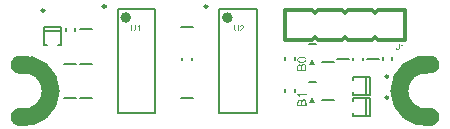
<source format=gto>
G04*
G04 #@! TF.GenerationSoftware,Altium Limited,Altium Designer,21.1.1 (26)*
G04*
G04 Layer_Color=65535*
%FSLAX24Y24*%
%MOIN*%
G70*
G04*
G04 #@! TF.SameCoordinates,808F0F06-89F3-4DF4-9748-8FD306F7A54E*
G04*
G04*
G04 #@! TF.FilePolarity,Positive*
G04*
G01*
G75*
%ADD10C,0.0098*%
%ADD11C,0.0591*%
%ADD12C,0.0197*%
%ADD13C,0.0079*%
%ADD14C,0.0118*%
%ADD15C,0.0059*%
G36*
X11968Y1380D02*
X12069Y1180D01*
X11868D01*
X11968Y1380D01*
D02*
G37*
G36*
Y2639D02*
X12069Y2439D01*
X11869D01*
X11968Y2639D01*
D02*
G37*
G36*
X14874Y2996D02*
Y2996D01*
Y2995D01*
Y2994D01*
Y2992D01*
X14874Y2990D01*
Y2988D01*
X14874Y2985D01*
X14873Y2982D01*
X14873Y2976D01*
X14871Y2969D01*
X14870Y2963D01*
X14869Y2960D01*
X14868Y2957D01*
Y2957D01*
X14868Y2956D01*
X14867Y2956D01*
X14867Y2955D01*
X14865Y2952D01*
X14863Y2949D01*
X14860Y2946D01*
X14857Y2942D01*
X14853Y2939D01*
X14848Y2936D01*
X14848D01*
X14848Y2936D01*
X14847Y2935D01*
X14846Y2935D01*
X14845Y2934D01*
X14843Y2934D01*
X14842Y2933D01*
X14840Y2933D01*
X14835Y2931D01*
X14830Y2930D01*
X14824Y2929D01*
X14817Y2929D01*
X14815D01*
X14813Y2929D01*
X14811Y2929D01*
X14808Y2930D01*
X14805Y2930D01*
X14802Y2931D01*
X14799Y2932D01*
X14796Y2933D01*
X14792Y2934D01*
X14789Y2935D01*
X14786Y2937D01*
X14782Y2939D01*
X14779Y2941D01*
X14777Y2944D01*
X14776Y2944D01*
X14776Y2945D01*
X14775Y2946D01*
X14774Y2947D01*
X14773Y2948D01*
X14772Y2950D01*
X14771Y2953D01*
X14770Y2955D01*
X14769Y2958D01*
X14767Y2962D01*
X14766Y2965D01*
X14765Y2969D01*
X14764Y2974D01*
X14764Y2979D01*
X14763Y2984D01*
Y2989D01*
X14787Y2993D01*
Y2992D01*
Y2991D01*
X14787Y2990D01*
Y2989D01*
X14788Y2987D01*
X14788Y2985D01*
X14789Y2980D01*
X14790Y2975D01*
X14791Y2969D01*
X14792Y2967D01*
X14793Y2965D01*
X14794Y2963D01*
X14796Y2961D01*
X14796Y2961D01*
X14797Y2960D01*
X14799Y2958D01*
X14801Y2957D01*
X14805Y2955D01*
X14808Y2954D01*
X14812Y2953D01*
X14817Y2953D01*
X14819D01*
X14821Y2953D01*
X14823Y2953D01*
X14826Y2954D01*
X14829Y2955D01*
X14832Y2956D01*
X14834Y2957D01*
X14835Y2957D01*
X14836Y2958D01*
X14837Y2959D01*
X14839Y2961D01*
X14840Y2962D01*
X14842Y2964D01*
X14843Y2967D01*
X14845Y2970D01*
X14845Y2970D01*
X14845Y2971D01*
X14845Y2973D01*
X14846Y2976D01*
X14847Y2979D01*
X14847Y2984D01*
X14847Y2989D01*
X14847Y2992D01*
Y2995D01*
Y3133D01*
X14874D01*
Y2996D01*
D02*
G37*
G36*
X15000Y2932D02*
X14976D01*
Y3089D01*
X14975Y3089D01*
X14974Y3088D01*
X14972Y3086D01*
X14970Y3084D01*
X14966Y3082D01*
X14962Y3079D01*
X14958Y3076D01*
X14952Y3072D01*
X14952D01*
X14952Y3072D01*
X14951Y3072D01*
X14950Y3071D01*
X14949Y3070D01*
X14947Y3070D01*
X14944Y3068D01*
X14940Y3066D01*
X14935Y3063D01*
X14931Y3061D01*
X14926Y3060D01*
Y3083D01*
X14927Y3084D01*
X14927Y3084D01*
X14928Y3085D01*
X14930Y3085D01*
X14932Y3086D01*
X14934Y3087D01*
X14936Y3089D01*
X14939Y3090D01*
X14944Y3094D01*
X14950Y3098D01*
X14957Y3102D01*
X14963Y3107D01*
X14963Y3107D01*
X14963Y3108D01*
X14964Y3108D01*
X14965Y3109D01*
X14966Y3111D01*
X14968Y3112D01*
X14971Y3116D01*
X14975Y3120D01*
X14978Y3124D01*
X14982Y3129D01*
X14985Y3134D01*
X15000D01*
Y2932D01*
D02*
G37*
G36*
X9525Y3647D02*
Y3647D01*
Y3646D01*
Y3644D01*
Y3642D01*
X9524Y3640D01*
X9524Y3637D01*
X9524Y3633D01*
X9524Y3630D01*
X9523Y3622D01*
X9522Y3614D01*
X9520Y3606D01*
X9519Y3602D01*
X9518Y3599D01*
Y3599D01*
X9517Y3598D01*
X9517Y3597D01*
X9516Y3596D01*
X9515Y3594D01*
X9515Y3593D01*
X9512Y3589D01*
X9510Y3586D01*
X9509Y3584D01*
X9507Y3582D01*
X9504Y3579D01*
X9502Y3577D01*
X9499Y3574D01*
X9496Y3572D01*
X9493Y3570D01*
X9493Y3570D01*
X9492Y3570D01*
X9491Y3569D01*
X9490Y3568D01*
X9488Y3567D01*
X9486Y3566D01*
X9483Y3565D01*
X9480Y3565D01*
X9477Y3563D01*
X9474Y3562D01*
X9470Y3561D01*
X9466Y3561D01*
X9461Y3560D01*
X9456Y3559D01*
X9451Y3559D01*
X9446Y3559D01*
X9443D01*
X9441Y3559D01*
X9439D01*
X9436Y3559D01*
X9433Y3560D01*
X9430Y3560D01*
X9422Y3561D01*
X9414Y3563D01*
X9407Y3565D01*
X9403Y3567D01*
X9399Y3568D01*
X9399Y3569D01*
X9399Y3569D01*
X9398Y3570D01*
X9397Y3570D01*
X9395Y3571D01*
X9393Y3573D01*
X9392Y3574D01*
X9390Y3576D01*
X9385Y3580D01*
X9381Y3584D01*
X9377Y3590D01*
X9376Y3593D01*
X9374Y3597D01*
Y3597D01*
X9374Y3597D01*
X9373Y3599D01*
X9373Y3600D01*
X9372Y3602D01*
X9372Y3604D01*
X9371Y3607D01*
X9370Y3610D01*
X9369Y3613D01*
X9369Y3617D01*
X9368Y3621D01*
X9368Y3626D01*
X9367Y3631D01*
X9367Y3636D01*
X9366Y3641D01*
Y3647D01*
Y3763D01*
X9393D01*
Y3647D01*
Y3647D01*
Y3646D01*
Y3645D01*
Y3643D01*
X9393Y3641D01*
Y3638D01*
X9393Y3635D01*
X9394Y3633D01*
X9394Y3626D01*
X9395Y3620D01*
X9396Y3614D01*
X9397Y3611D01*
X9398Y3609D01*
Y3608D01*
X9398Y3608D01*
X9398Y3607D01*
X9399Y3607D01*
X9400Y3604D01*
X9402Y3602D01*
X9404Y3598D01*
X9407Y3595D01*
X9410Y3592D01*
X9414Y3589D01*
X9415D01*
X9415Y3589D01*
X9416Y3589D01*
X9416Y3588D01*
X9418Y3588D01*
X9419Y3587D01*
X9421Y3587D01*
X9422Y3586D01*
X9427Y3585D01*
X9432Y3584D01*
X9437Y3583D01*
X9444Y3583D01*
X9446D01*
X9448Y3583D01*
X9451Y3583D01*
X9454Y3583D01*
X9457Y3584D01*
X9460Y3585D01*
X9467Y3586D01*
X9470Y3587D01*
X9474Y3589D01*
X9477Y3590D01*
X9480Y3592D01*
X9483Y3594D01*
X9485Y3596D01*
X9486Y3596D01*
X9486Y3597D01*
X9486Y3598D01*
X9487Y3599D01*
X9488Y3600D01*
X9489Y3602D01*
X9491Y3605D01*
X9492Y3607D01*
X9493Y3611D01*
X9494Y3614D01*
X9495Y3619D01*
X9496Y3623D01*
X9497Y3628D01*
X9498Y3634D01*
X9498Y3640D01*
X9498Y3647D01*
Y3763D01*
X9525D01*
Y3647D01*
D02*
G37*
G36*
X9630Y3764D02*
X9633Y3764D01*
X9636Y3763D01*
X9639Y3763D01*
X9642Y3762D01*
X9646Y3761D01*
X9650Y3760D01*
X9653Y3759D01*
X9657Y3757D01*
X9661Y3755D01*
X9665Y3753D01*
X9668Y3751D01*
X9672Y3748D01*
X9672Y3748D01*
X9672Y3747D01*
X9673Y3746D01*
X9674Y3745D01*
X9675Y3743D01*
X9677Y3742D01*
X9679Y3739D01*
X9680Y3737D01*
X9682Y3734D01*
X9683Y3731D01*
X9685Y3728D01*
X9686Y3724D01*
X9687Y3720D01*
X9688Y3716D01*
X9688Y3712D01*
X9689Y3708D01*
Y3708D01*
Y3708D01*
Y3707D01*
Y3706D01*
X9688Y3704D01*
X9688Y3701D01*
X9687Y3697D01*
X9686Y3693D01*
X9685Y3689D01*
X9684Y3684D01*
Y3684D01*
X9683Y3684D01*
X9683Y3683D01*
X9683Y3682D01*
X9681Y3680D01*
X9680Y3677D01*
X9677Y3673D01*
X9674Y3669D01*
X9671Y3665D01*
X9667Y3660D01*
X9667Y3660D01*
X9667Y3659D01*
X9666Y3658D01*
X9665Y3657D01*
X9663Y3656D01*
X9662Y3655D01*
X9660Y3653D01*
X9658Y3651D01*
X9655Y3648D01*
X9653Y3646D01*
X9650Y3643D01*
X9646Y3640D01*
X9642Y3636D01*
X9638Y3633D01*
X9634Y3629D01*
X9629Y3624D01*
X9629Y3624D01*
X9628Y3624D01*
X9627Y3623D01*
X9625Y3621D01*
X9623Y3620D01*
X9621Y3618D01*
X9617Y3614D01*
X9612Y3610D01*
X9607Y3606D01*
X9605Y3604D01*
X9603Y3602D01*
X9602Y3600D01*
X9600Y3599D01*
X9600Y3599D01*
X9599Y3598D01*
X9598Y3597D01*
X9597Y3595D01*
X9595Y3593D01*
X9593Y3591D01*
X9590Y3586D01*
X9689D01*
Y3562D01*
X9556D01*
Y3563D01*
Y3564D01*
Y3565D01*
X9556Y3568D01*
X9556Y3570D01*
X9557Y3573D01*
X9557Y3576D01*
X9558Y3579D01*
Y3579D01*
X9559Y3580D01*
X9559Y3580D01*
X9559Y3582D01*
X9560Y3583D01*
X9561Y3584D01*
X9562Y3588D01*
X9565Y3592D01*
X9567Y3596D01*
X9571Y3601D01*
X9575Y3606D01*
X9575Y3606D01*
X9575Y3607D01*
X9576Y3607D01*
X9577Y3608D01*
X9578Y3609D01*
X9579Y3611D01*
X9581Y3613D01*
X9583Y3615D01*
X9585Y3617D01*
X9587Y3619D01*
X9590Y3622D01*
X9593Y3624D01*
X9596Y3627D01*
X9600Y3630D01*
X9603Y3633D01*
X9607Y3636D01*
X9607Y3636D01*
X9609Y3638D01*
X9610Y3639D01*
X9612Y3641D01*
X9615Y3643D01*
X9618Y3646D01*
X9621Y3648D01*
X9625Y3652D01*
X9632Y3658D01*
X9639Y3666D01*
X9643Y3669D01*
X9646Y3673D01*
X9649Y3676D01*
X9651Y3679D01*
X9652Y3679D01*
X9652Y3680D01*
X9653Y3680D01*
X9653Y3682D01*
X9654Y3683D01*
X9655Y3685D01*
X9657Y3689D01*
X9660Y3693D01*
X9662Y3698D01*
X9663Y3703D01*
X9663Y3706D01*
X9663Y3709D01*
Y3709D01*
Y3709D01*
Y3710D01*
X9663Y3711D01*
Y3712D01*
X9663Y3714D01*
X9662Y3717D01*
X9661Y3721D01*
X9659Y3725D01*
X9658Y3727D01*
X9656Y3729D01*
X9655Y3731D01*
X9653Y3733D01*
X9652Y3733D01*
X9652Y3734D01*
X9651Y3734D01*
X9651Y3735D01*
X9650Y3736D01*
X9648Y3737D01*
X9645Y3738D01*
X9641Y3740D01*
X9636Y3742D01*
X9631Y3743D01*
X9628Y3743D01*
X9623D01*
X9622Y3743D01*
X9620D01*
X9619Y3743D01*
X9615Y3742D01*
X9610Y3741D01*
X9605Y3739D01*
X9603Y3738D01*
X9600Y3736D01*
X9598Y3735D01*
X9596Y3733D01*
X9596Y3732D01*
X9596Y3732D01*
X9595Y3731D01*
X9594Y3731D01*
X9594Y3730D01*
X9593Y3728D01*
X9592Y3727D01*
X9591Y3725D01*
X9590Y3723D01*
X9589Y3721D01*
X9587Y3716D01*
X9586Y3710D01*
X9586Y3707D01*
X9585Y3703D01*
X9560Y3706D01*
Y3706D01*
X9560Y3707D01*
X9561Y3708D01*
X9561Y3710D01*
X9561Y3713D01*
X9562Y3716D01*
X9563Y3719D01*
X9564Y3722D01*
X9565Y3725D01*
X9566Y3729D01*
X9568Y3732D01*
X9570Y3736D01*
X9572Y3740D01*
X9574Y3743D01*
X9577Y3746D01*
X9580Y3749D01*
X9580Y3749D01*
X9581Y3750D01*
X9582Y3750D01*
X9583Y3751D01*
X9585Y3752D01*
X9587Y3754D01*
X9589Y3755D01*
X9592Y3757D01*
X9595Y3758D01*
X9599Y3759D01*
X9602Y3760D01*
X9606Y3762D01*
X9611Y3763D01*
X9615Y3763D01*
X9620Y3764D01*
X9626Y3764D01*
X9628D01*
X9630Y3764D01*
D02*
G37*
G36*
X11631Y2710D02*
X11636Y2710D01*
X11642Y2709D01*
X11648Y2709D01*
X11655Y2708D01*
X11662Y2708D01*
X11676Y2706D01*
X11690Y2703D01*
X11697Y2701D01*
X11703Y2699D01*
X11704D01*
X11705Y2698D01*
X11707Y2698D01*
X11709Y2697D01*
X11712Y2696D01*
X11715Y2694D01*
X11718Y2693D01*
X11722Y2691D01*
X11730Y2686D01*
X11739Y2681D01*
X11747Y2674D01*
X11750Y2670D01*
X11754Y2666D01*
X11754Y2666D01*
X11755Y2665D01*
X11756Y2664D01*
X11757Y2662D01*
X11758Y2660D01*
X11760Y2658D01*
X11761Y2655D01*
X11763Y2651D01*
X11764Y2648D01*
X11766Y2643D01*
X11767Y2639D01*
X11769Y2634D01*
X11770Y2629D01*
X11771Y2623D01*
X11771Y2618D01*
X11772Y2611D01*
Y2609D01*
X11771Y2607D01*
X11771Y2604D01*
X11771Y2601D01*
X11770Y2596D01*
X11769Y2592D01*
X11768Y2587D01*
X11766Y2581D01*
X11764Y2576D01*
X11761Y2570D01*
X11759Y2564D01*
X11755Y2559D01*
X11751Y2553D01*
X11746Y2548D01*
X11740Y2543D01*
X11740Y2543D01*
X11739Y2542D01*
X11737Y2540D01*
X11733Y2538D01*
X11729Y2536D01*
X11724Y2533D01*
X11718Y2531D01*
X11711Y2528D01*
X11703Y2525D01*
X11694Y2523D01*
X11684Y2520D01*
X11673Y2518D01*
X11660Y2516D01*
X11647Y2514D01*
X11633Y2513D01*
X11617Y2513D01*
X11617D01*
X11615D01*
X11612D01*
X11609Y2513D01*
X11604D01*
X11599Y2514D01*
X11593Y2514D01*
X11587Y2514D01*
X11580Y2515D01*
X11573Y2516D01*
X11558Y2518D01*
X11544Y2520D01*
X11537Y2522D01*
X11531Y2524D01*
X11531D01*
X11530Y2525D01*
X11528Y2525D01*
X11526Y2526D01*
X11523Y2527D01*
X11520Y2528D01*
X11516Y2530D01*
X11513Y2532D01*
X11504Y2537D01*
X11496Y2543D01*
X11488Y2549D01*
X11484Y2553D01*
X11481Y2557D01*
X11480Y2557D01*
X11480Y2558D01*
X11479Y2559D01*
X11478Y2561D01*
X11476Y2563D01*
X11475Y2565D01*
X11473Y2568D01*
X11472Y2572D01*
X11470Y2575D01*
X11469Y2580D01*
X11467Y2584D01*
X11466Y2589D01*
X11465Y2594D01*
X11464Y2600D01*
X11463Y2606D01*
X11463Y2611D01*
Y2615D01*
X11463Y2618D01*
X11464Y2620D01*
X11464Y2626D01*
X11465Y2632D01*
X11467Y2640D01*
X11470Y2647D01*
X11473Y2654D01*
Y2654D01*
X11473Y2655D01*
X11474Y2656D01*
X11475Y2657D01*
X11477Y2661D01*
X11480Y2665D01*
X11484Y2670D01*
X11489Y2675D01*
X11495Y2680D01*
X11501Y2685D01*
X11502D01*
X11502Y2685D01*
X11503Y2686D01*
X11505Y2687D01*
X11506Y2688D01*
X11509Y2689D01*
X11511Y2690D01*
X11514Y2691D01*
X11520Y2694D01*
X11528Y2697D01*
X11537Y2701D01*
X11546Y2703D01*
X11547D01*
X11548Y2704D01*
X11549Y2704D01*
X11551Y2704D01*
X11554Y2705D01*
X11557Y2706D01*
X11561Y2706D01*
X11565Y2707D01*
X11570Y2707D01*
X11575Y2708D01*
X11581Y2709D01*
X11587Y2709D01*
X11594Y2710D01*
X11601Y2710D01*
X11609Y2710D01*
X11617D01*
X11618D01*
X11620D01*
X11623D01*
X11626D01*
X11631Y2710D01*
D02*
G37*
G36*
X11685Y2472D02*
X11687D01*
X11692Y2472D01*
X11698Y2470D01*
X11705Y2469D01*
X11712Y2466D01*
X11719Y2464D01*
X11719D01*
X11719Y2463D01*
X11720Y2463D01*
X11722Y2462D01*
X11725Y2460D01*
X11729Y2457D01*
X11734Y2454D01*
X11738Y2450D01*
X11743Y2446D01*
X11747Y2441D01*
X11747Y2441D01*
X11749Y2439D01*
X11750Y2436D01*
X11753Y2432D01*
X11755Y2427D01*
X11758Y2422D01*
X11760Y2415D01*
X11762Y2408D01*
Y2408D01*
X11762Y2407D01*
Y2406D01*
X11762Y2404D01*
X11763Y2403D01*
X11763Y2400D01*
X11764Y2398D01*
X11764Y2395D01*
X11765Y2391D01*
X11765Y2387D01*
X11766Y2379D01*
X11766Y2370D01*
X11767Y2359D01*
Y2244D01*
X11464D01*
Y2363D01*
X11464Y2366D01*
Y2370D01*
X11465Y2373D01*
X11465Y2378D01*
X11466Y2386D01*
X11468Y2396D01*
X11470Y2404D01*
X11473Y2413D01*
Y2413D01*
X11474Y2414D01*
X11474Y2415D01*
X11475Y2417D01*
X11477Y2420D01*
X11480Y2425D01*
X11484Y2430D01*
X11489Y2436D01*
X11495Y2441D01*
X11502Y2446D01*
X11502D01*
X11503Y2446D01*
X11504Y2447D01*
X11505Y2448D01*
X11507Y2449D01*
X11509Y2450D01*
X11514Y2452D01*
X11520Y2454D01*
X11527Y2456D01*
X11534Y2457D01*
X11542Y2458D01*
X11542D01*
X11543D01*
X11544D01*
X11545D01*
X11549Y2457D01*
X11554Y2457D01*
X11559Y2455D01*
X11565Y2453D01*
X11572Y2451D01*
X11578Y2447D01*
X11578D01*
X11579Y2447D01*
X11580Y2446D01*
X11581Y2445D01*
X11584Y2443D01*
X11588Y2439D01*
X11592Y2435D01*
X11597Y2429D01*
X11601Y2423D01*
X11606Y2416D01*
Y2416D01*
X11606Y2417D01*
X11607Y2418D01*
X11607Y2420D01*
X11608Y2423D01*
X11609Y2425D01*
X11612Y2431D01*
X11616Y2438D01*
X11621Y2445D01*
X11626Y2452D01*
X11633Y2458D01*
X11634Y2458D01*
X11634Y2458D01*
X11635Y2459D01*
X11637Y2460D01*
X11638Y2461D01*
X11641Y2463D01*
X11643Y2464D01*
X11646Y2465D01*
X11653Y2468D01*
X11661Y2470D01*
X11670Y2472D01*
X11674Y2473D01*
X11679D01*
X11679D01*
X11680D01*
X11681D01*
X11683D01*
X11685Y2472D01*
D02*
G37*
G36*
X11772Y1435D02*
X11535D01*
X11536Y1434D01*
X11537Y1432D01*
X11540Y1429D01*
X11543Y1425D01*
X11547Y1420D01*
X11551Y1414D01*
X11556Y1407D01*
X11561Y1399D01*
Y1399D01*
X11561Y1398D01*
X11562Y1397D01*
X11563Y1396D01*
X11564Y1394D01*
X11565Y1391D01*
X11568Y1386D01*
X11571Y1380D01*
X11574Y1374D01*
X11577Y1367D01*
X11580Y1360D01*
X11544D01*
X11544Y1360D01*
X11543Y1361D01*
X11542Y1363D01*
X11541Y1365D01*
X11540Y1368D01*
X11538Y1371D01*
X11536Y1375D01*
X11534Y1379D01*
X11529Y1387D01*
X11523Y1396D01*
X11516Y1406D01*
X11509Y1415D01*
X11508Y1415D01*
X11508Y1416D01*
X11507Y1417D01*
X11505Y1419D01*
X11503Y1420D01*
X11501Y1422D01*
X11495Y1427D01*
X11490Y1433D01*
X11483Y1439D01*
X11475Y1443D01*
X11468Y1448D01*
Y1472D01*
X11772D01*
Y1435D01*
D02*
G37*
G36*
X11690Y1291D02*
X11692D01*
X11697Y1291D01*
X11703Y1289D01*
X11710Y1288D01*
X11717Y1285D01*
X11724Y1282D01*
X11724D01*
X11724Y1282D01*
X11725Y1281D01*
X11727Y1281D01*
X11730Y1279D01*
X11734Y1276D01*
X11739Y1273D01*
X11743Y1269D01*
X11748Y1265D01*
X11752Y1260D01*
X11752Y1259D01*
X11754Y1258D01*
X11755Y1255D01*
X11758Y1251D01*
X11760Y1246D01*
X11762Y1241D01*
X11765Y1234D01*
X11767Y1227D01*
Y1227D01*
X11767Y1226D01*
Y1225D01*
X11767Y1223D01*
X11768Y1221D01*
X11768Y1219D01*
X11769Y1217D01*
X11769Y1214D01*
X11770Y1210D01*
X11770Y1206D01*
X11771Y1198D01*
X11771Y1189D01*
X11772Y1178D01*
Y1063D01*
X11469D01*
Y1182D01*
X11469Y1185D01*
Y1189D01*
X11470Y1192D01*
X11470Y1196D01*
X11471Y1205D01*
X11473Y1215D01*
X11475Y1223D01*
X11478Y1232D01*
Y1232D01*
X11479Y1233D01*
X11479Y1234D01*
X11480Y1236D01*
X11482Y1239D01*
X11485Y1244D01*
X11489Y1249D01*
X11494Y1255D01*
X11500Y1260D01*
X11507Y1265D01*
X11507D01*
X11508Y1265D01*
X11509Y1266D01*
X11510Y1267D01*
X11512Y1268D01*
X11514Y1269D01*
X11519Y1271D01*
X11525Y1273D01*
X11532Y1275D01*
X11539Y1276D01*
X11547Y1277D01*
X11547D01*
X11548D01*
X11549D01*
X11550D01*
X11554Y1276D01*
X11558Y1276D01*
X11564Y1274D01*
X11570Y1272D01*
X11576Y1270D01*
X11583Y1266D01*
X11583D01*
X11584Y1266D01*
X11585Y1265D01*
X11586Y1264D01*
X11589Y1262D01*
X11593Y1258D01*
X11597Y1254D01*
X11602Y1248D01*
X11606Y1242D01*
X11611Y1235D01*
Y1235D01*
X11611Y1236D01*
X11612Y1237D01*
X11612Y1239D01*
X11613Y1241D01*
X11614Y1244D01*
X11617Y1250D01*
X11621Y1257D01*
X11626Y1264D01*
X11631Y1271D01*
X11638Y1277D01*
X11638Y1277D01*
X11639Y1277D01*
X11640Y1278D01*
X11641Y1279D01*
X11643Y1280D01*
X11646Y1281D01*
X11648Y1283D01*
X11651Y1284D01*
X11658Y1287D01*
X11666Y1289D01*
X11675Y1291D01*
X11679Y1292D01*
X11684D01*
X11684D01*
X11685D01*
X11686D01*
X11688D01*
X11690Y1291D01*
D02*
G37*
G36*
X6078Y3647D02*
Y3647D01*
Y3646D01*
Y3644D01*
Y3642D01*
X6078Y3640D01*
X6078Y3637D01*
X6078Y3633D01*
X6078Y3630D01*
X6077Y3622D01*
X6076Y3614D01*
X6074Y3606D01*
X6073Y3602D01*
X6071Y3599D01*
Y3599D01*
X6071Y3598D01*
X6071Y3597D01*
X6070Y3596D01*
X6069Y3594D01*
X6068Y3593D01*
X6066Y3589D01*
X6064Y3586D01*
X6063Y3584D01*
X6060Y3582D01*
X6058Y3579D01*
X6056Y3577D01*
X6053Y3574D01*
X6050Y3572D01*
X6047Y3570D01*
X6046Y3570D01*
X6046Y3570D01*
X6045Y3569D01*
X6043Y3568D01*
X6042Y3567D01*
X6039Y3566D01*
X6037Y3565D01*
X6034Y3565D01*
X6031Y3563D01*
X6027Y3562D01*
X6024Y3561D01*
X6019Y3561D01*
X6015Y3560D01*
X6010Y3559D01*
X6005Y3559D01*
X6000Y3559D01*
X5997D01*
X5995Y3559D01*
X5993D01*
X5990Y3559D01*
X5987Y3560D01*
X5983Y3560D01*
X5976Y3561D01*
X5968Y3563D01*
X5961Y3565D01*
X5957Y3567D01*
X5953Y3568D01*
X5953Y3569D01*
X5952Y3569D01*
X5952Y3570D01*
X5950Y3570D01*
X5949Y3571D01*
X5947Y3573D01*
X5945Y3574D01*
X5944Y3576D01*
X5939Y3580D01*
X5935Y3584D01*
X5931Y3590D01*
X5929Y3593D01*
X5928Y3597D01*
Y3597D01*
X5928Y3597D01*
X5927Y3599D01*
X5927Y3600D01*
X5926Y3602D01*
X5925Y3604D01*
X5925Y3607D01*
X5924Y3610D01*
X5923Y3613D01*
X5923Y3617D01*
X5922Y3621D01*
X5922Y3626D01*
X5921Y3631D01*
X5921Y3636D01*
X5920Y3641D01*
Y3647D01*
Y3763D01*
X5947D01*
Y3647D01*
Y3647D01*
Y3646D01*
Y3645D01*
Y3643D01*
X5947Y3641D01*
Y3638D01*
X5947Y3635D01*
X5947Y3633D01*
X5948Y3626D01*
X5949Y3620D01*
X5950Y3614D01*
X5951Y3611D01*
X5952Y3609D01*
Y3608D01*
X5952Y3608D01*
X5952Y3607D01*
X5952Y3607D01*
X5954Y3604D01*
X5956Y3602D01*
X5958Y3598D01*
X5961Y3595D01*
X5964Y3592D01*
X5968Y3589D01*
X5968D01*
X5969Y3589D01*
X5969Y3589D01*
X5970Y3588D01*
X5971Y3588D01*
X5973Y3587D01*
X5974Y3587D01*
X5976Y3586D01*
X5981Y3585D01*
X5986Y3584D01*
X5991Y3583D01*
X5997Y3583D01*
X6000D01*
X6002Y3583D01*
X6005Y3583D01*
X6007Y3583D01*
X6010Y3584D01*
X6014Y3585D01*
X6020Y3586D01*
X6024Y3587D01*
X6027Y3589D01*
X6031Y3590D01*
X6034Y3592D01*
X6037Y3594D01*
X6039Y3596D01*
X6039Y3596D01*
X6040Y3597D01*
X6040Y3598D01*
X6041Y3599D01*
X6042Y3600D01*
X6043Y3602D01*
X6044Y3605D01*
X6046Y3607D01*
X6047Y3611D01*
X6048Y3614D01*
X6049Y3619D01*
X6050Y3623D01*
X6051Y3628D01*
X6051Y3634D01*
X6052Y3640D01*
X6052Y3647D01*
Y3763D01*
X6078D01*
Y3647D01*
D02*
G37*
G36*
X6206Y3562D02*
X6181D01*
Y3719D01*
X6181Y3719D01*
X6180Y3718D01*
X6178Y3716D01*
X6175Y3714D01*
X6172Y3711D01*
X6167Y3709D01*
X6163Y3706D01*
X6158Y3702D01*
X6157D01*
X6157Y3702D01*
X6156Y3701D01*
X6155Y3701D01*
X6154Y3700D01*
X6152Y3699D01*
X6149Y3697D01*
X6145Y3696D01*
X6141Y3693D01*
X6136Y3691D01*
X6132Y3690D01*
Y3713D01*
X6132Y3714D01*
X6133Y3714D01*
X6134Y3715D01*
X6135Y3715D01*
X6137Y3716D01*
X6139Y3717D01*
X6141Y3719D01*
X6144Y3720D01*
X6150Y3723D01*
X6156Y3728D01*
X6162Y3732D01*
X6168Y3737D01*
X6168Y3737D01*
X6169Y3738D01*
X6169Y3738D01*
X6170Y3739D01*
X6172Y3741D01*
X6173Y3742D01*
X6176Y3746D01*
X6180Y3750D01*
X6184Y3754D01*
X6187Y3759D01*
X6190Y3764D01*
X6206D01*
Y3562D01*
D02*
G37*
%LPC*%
G36*
X11617Y2672D02*
X11617D01*
X11617D01*
X11616D01*
X11614D01*
X11613D01*
X11611D01*
X11605Y2672D01*
X11599Y2671D01*
X11593Y2671D01*
X11585Y2671D01*
X11577Y2670D01*
X11560Y2668D01*
X11552Y2666D01*
X11544Y2665D01*
X11537Y2663D01*
X11530Y2660D01*
X11524Y2658D01*
X11518Y2654D01*
X11518Y2654D01*
X11517Y2654D01*
X11516Y2653D01*
X11515Y2651D01*
X11513Y2650D01*
X11511Y2648D01*
X11508Y2645D01*
X11506Y2643D01*
X11502Y2636D01*
X11498Y2629D01*
X11496Y2625D01*
X11495Y2620D01*
X11494Y2616D01*
X11494Y2611D01*
Y2609D01*
X11494Y2607D01*
X11494Y2605D01*
X11495Y2602D01*
X11496Y2596D01*
X11499Y2590D01*
X11501Y2587D01*
X11503Y2583D01*
X11505Y2580D01*
X11508Y2576D01*
X11512Y2573D01*
X11515Y2570D01*
X11516Y2570D01*
X11517Y2569D01*
X11518Y2568D01*
X11521Y2567D01*
X11524Y2566D01*
X11528Y2564D01*
X11533Y2562D01*
X11539Y2561D01*
X11545Y2559D01*
X11553Y2557D01*
X11561Y2555D01*
X11570Y2554D01*
X11580Y2553D01*
X11592Y2552D01*
X11604Y2551D01*
X11617Y2551D01*
X11618D01*
X11618D01*
X11619D01*
X11621D01*
X11622D01*
X11625D01*
X11630Y2551D01*
X11636Y2552D01*
X11642Y2552D01*
X11650Y2552D01*
X11658Y2553D01*
X11675Y2555D01*
X11683Y2557D01*
X11691Y2558D01*
X11699Y2560D01*
X11705Y2563D01*
X11712Y2566D01*
X11717Y2568D01*
X11717Y2569D01*
X11718Y2569D01*
X11719Y2570D01*
X11721Y2572D01*
X11722Y2573D01*
X11724Y2575D01*
X11729Y2580D01*
X11734Y2587D01*
X11737Y2594D01*
X11739Y2598D01*
X11740Y2602D01*
X11741Y2607D01*
X11741Y2611D01*
Y2612D01*
X11741Y2614D01*
Y2616D01*
X11740Y2618D01*
X11740Y2621D01*
X11738Y2627D01*
X11737Y2630D01*
X11735Y2633D01*
X11733Y2637D01*
X11731Y2640D01*
X11728Y2644D01*
X11725Y2648D01*
X11721Y2651D01*
X11717Y2654D01*
X11716Y2655D01*
X11715Y2655D01*
X11714Y2656D01*
X11712Y2657D01*
X11709Y2659D01*
X11705Y2660D01*
X11700Y2662D01*
X11695Y2663D01*
X11689Y2665D01*
X11681Y2667D01*
X11674Y2668D01*
X11664Y2670D01*
X11654Y2670D01*
X11643Y2671D01*
X11631Y2672D01*
X11617Y2672D01*
D02*
G37*
G36*
X11679Y2431D02*
X11679D01*
X11679D01*
X11678D01*
X11676D01*
X11673Y2431D01*
X11669Y2430D01*
X11664Y2429D01*
X11659Y2428D01*
X11655Y2425D01*
X11650Y2423D01*
X11649Y2422D01*
X11648Y2421D01*
X11645Y2419D01*
X11643Y2416D01*
X11640Y2413D01*
X11637Y2408D01*
X11635Y2404D01*
X11632Y2398D01*
Y2398D01*
X11632Y2398D01*
X11632Y2397D01*
X11631Y2395D01*
X11631Y2394D01*
X11631Y2392D01*
X11630Y2390D01*
X11630Y2387D01*
X11629Y2384D01*
X11629Y2381D01*
X11628Y2377D01*
X11628Y2373D01*
X11627Y2364D01*
X11627Y2354D01*
Y2284D01*
X11731D01*
Y2366D01*
X11731Y2370D01*
Y2375D01*
X11730Y2379D01*
X11730Y2383D01*
X11730Y2387D01*
Y2387D01*
X11729Y2389D01*
X11729Y2392D01*
X11728Y2395D01*
X11727Y2399D01*
X11725Y2402D01*
X11723Y2406D01*
X11721Y2410D01*
X11721Y2410D01*
X11720Y2411D01*
X11719Y2413D01*
X11717Y2415D01*
X11715Y2418D01*
X11712Y2420D01*
X11709Y2423D01*
X11705Y2425D01*
X11704Y2425D01*
X11703Y2426D01*
X11700Y2427D01*
X11697Y2428D01*
X11694Y2429D01*
X11689Y2430D01*
X11684Y2431D01*
X11679Y2431D01*
D02*
G37*
G36*
X11546Y2419D02*
X11546D01*
X11546D01*
X11544D01*
X11541Y2418D01*
X11537Y2418D01*
X11533Y2417D01*
X11529Y2415D01*
X11524Y2414D01*
X11520Y2411D01*
X11519Y2411D01*
X11518Y2410D01*
X11516Y2408D01*
X11514Y2406D01*
X11511Y2403D01*
X11508Y2399D01*
X11506Y2395D01*
X11504Y2390D01*
X11504Y2390D01*
Y2389D01*
X11503Y2388D01*
X11503Y2386D01*
X11503Y2384D01*
X11502Y2382D01*
X11502Y2380D01*
X11501Y2377D01*
X11501Y2373D01*
X11501Y2370D01*
X11500Y2365D01*
X11500Y2361D01*
Y2356D01*
X11500Y2350D01*
Y2284D01*
X11591D01*
Y2356D01*
X11591Y2359D01*
Y2364D01*
X11591Y2370D01*
X11590Y2377D01*
X11589Y2383D01*
X11589Y2385D01*
X11588Y2388D01*
Y2388D01*
X11588Y2388D01*
X11587Y2390D01*
X11586Y2393D01*
X11584Y2396D01*
X11582Y2400D01*
X11580Y2404D01*
X11576Y2407D01*
X11573Y2411D01*
X11572Y2411D01*
X11571Y2412D01*
X11569Y2413D01*
X11566Y2415D01*
X11562Y2416D01*
X11557Y2417D01*
X11552Y2418D01*
X11546Y2419D01*
D02*
G37*
G36*
X11684Y1250D02*
X11684D01*
X11683D01*
X11682D01*
X11681D01*
X11678Y1250D01*
X11674Y1249D01*
X11669Y1248D01*
X11664Y1247D01*
X11659Y1244D01*
X11655Y1241D01*
X11654Y1241D01*
X11653Y1240D01*
X11650Y1238D01*
X11648Y1235D01*
X11645Y1232D01*
X11642Y1227D01*
X11639Y1223D01*
X11637Y1217D01*
Y1217D01*
X11637Y1217D01*
X11637Y1216D01*
X11636Y1214D01*
X11636Y1213D01*
X11636Y1211D01*
X11635Y1209D01*
X11635Y1206D01*
X11634Y1203D01*
X11634Y1199D01*
X11633Y1196D01*
X11633Y1192D01*
X11632Y1183D01*
X11632Y1173D01*
Y1103D01*
X11736D01*
Y1185D01*
X11736Y1189D01*
Y1194D01*
X11735Y1198D01*
X11735Y1202D01*
X11735Y1206D01*
Y1206D01*
X11734Y1208D01*
X11734Y1211D01*
X11733Y1214D01*
X11732Y1217D01*
X11730Y1221D01*
X11728Y1225D01*
X11726Y1229D01*
X11726Y1229D01*
X11725Y1230D01*
X11724Y1232D01*
X11722Y1234D01*
X11720Y1236D01*
X11717Y1239D01*
X11714Y1242D01*
X11710Y1244D01*
X11709Y1244D01*
X11708Y1245D01*
X11705Y1246D01*
X11702Y1247D01*
X11699Y1248D01*
X11694Y1249D01*
X11689Y1250D01*
X11684Y1250D01*
D02*
G37*
G36*
X11551Y1237D02*
X11551D01*
X11551D01*
X11549D01*
X11546Y1237D01*
X11542Y1236D01*
X11538Y1236D01*
X11534Y1234D01*
X11529Y1233D01*
X11525Y1230D01*
X11524Y1230D01*
X11523Y1229D01*
X11521Y1227D01*
X11518Y1225D01*
X11516Y1222D01*
X11513Y1218D01*
X11511Y1214D01*
X11509Y1209D01*
X11509Y1209D01*
Y1208D01*
X11508Y1207D01*
X11508Y1205D01*
X11508Y1203D01*
X11507Y1201D01*
X11507Y1199D01*
X11506Y1196D01*
X11506Y1192D01*
X11506Y1189D01*
X11505Y1184D01*
X11505Y1180D01*
Y1175D01*
X11505Y1169D01*
Y1103D01*
X11596D01*
Y1175D01*
X11596Y1177D01*
Y1183D01*
X11596Y1189D01*
X11595Y1196D01*
X11594Y1202D01*
X11594Y1204D01*
X11593Y1207D01*
Y1207D01*
X11593Y1207D01*
X11592Y1209D01*
X11591Y1212D01*
X11589Y1215D01*
X11587Y1219D01*
X11585Y1223D01*
X11581Y1226D01*
X11578Y1230D01*
X11577Y1230D01*
X11576Y1231D01*
X11574Y1232D01*
X11571Y1234D01*
X11567Y1235D01*
X11562Y1236D01*
X11557Y1237D01*
X11551Y1237D01*
D02*
G37*
%LPD*%
D10*
X14488Y2047D02*
G03*
X14488Y2047I-39J0D01*
G01*
X8465Y4394D02*
G03*
X8465Y4394I-49J0D01*
G01*
X3031Y4252D02*
G03*
X3031Y4252I-39J0D01*
G01*
X14488Y1358D02*
G03*
X14488Y1358I-39J0D01*
G01*
X5079Y4394D02*
G03*
X5079Y4394I-49J0D01*
G01*
D11*
X15902Y2447D02*
G03*
X15902Y702I-154J-872D01*
G01*
X2208D02*
G03*
X2208Y2447I154J872D01*
G01*
D12*
X9213Y4018D02*
G03*
X9213Y4018I-79J0D01*
G01*
X5827D02*
G03*
X5827Y4018I-79J0D01*
G01*
D13*
X13760Y2028D02*
X13760Y1437D01*
X13307Y2028D02*
X13898D01*
X13307Y1437D02*
X13898Y1437D01*
X13307Y1929D02*
Y2028D01*
X13898Y1437D02*
Y2028D01*
X13307Y1437D02*
Y1535D01*
X8858Y825D02*
Y4293D01*
X10118Y825D02*
Y4293D01*
X8858D02*
X10118D01*
X8858Y825D02*
X10118D01*
X13780Y2638D02*
X14173D01*
X7598Y3701D02*
X7992D01*
X3012Y3563D02*
X3602D01*
X3012Y3110D02*
Y3701D01*
X3602Y3110D02*
Y3701D01*
X3012Y3110D02*
X3110D01*
X3012Y3701D02*
X3602D01*
X3504Y3110D02*
X3602D01*
X4213Y3622D02*
X4606D01*
X4213Y1339D02*
X4606D01*
X4213Y2480D02*
X4606D01*
X3701Y2480D02*
X4094D01*
X3701Y1339D02*
X4094D01*
X12795Y2638D02*
X13189D01*
X13307Y748D02*
Y846D01*
X13898Y748D02*
Y1339D01*
X13307Y1240D02*
Y1339D01*
Y748D02*
X13898D01*
X13307Y1339D02*
X13898D01*
X13760Y748D02*
Y1339D01*
X12303Y2539D02*
X12697D01*
X12303Y1280D02*
X12697D01*
X11850Y1870D02*
X12087D01*
X11850Y3130D02*
X12087D01*
X7598Y1339D02*
X7992D01*
X5472Y825D02*
Y4293D01*
X6732Y825D02*
Y4293D01*
X5472D02*
X6732D01*
X5472Y825D02*
X6732D01*
D14*
X13171Y4280D02*
X13971Y4280D01*
X14071Y4180D01*
X14171Y4280D01*
X15071D01*
Y3280D02*
Y4280D01*
X13971Y3280D02*
X14071Y3380D01*
X14171Y3280D01*
X15071D01*
X12071Y3380D02*
X12171Y3280D01*
X11971Y3280D02*
X12071Y3380D01*
X11071Y3280D02*
X11971D01*
X11071D02*
Y4280D01*
X12071Y4180D02*
X12171Y4280D01*
X11971Y4280D02*
X12071Y4180D01*
X11071Y4280D02*
X11971D01*
X13071Y3380D02*
X13171Y3280D01*
X12971D02*
X13071Y3380D01*
X12971Y4280D02*
X13071Y4180D01*
X13171Y4280D01*
X12171Y4280D02*
X12971Y4280D01*
X13171Y3280D02*
X13971Y3280D01*
X12171D02*
X12971Y3280D01*
D15*
X14311Y2608D02*
Y2707D01*
X14626Y2608D02*
Y2707D01*
X13642Y2589D02*
Y2687D01*
X13327Y2589D02*
Y2687D01*
X4055Y3573D02*
Y3671D01*
X3740Y3573D02*
Y3671D01*
X11378Y2608D02*
Y2707D01*
X11063Y2608D02*
Y2707D01*
Y1526D02*
Y1624D01*
X11378Y1526D02*
Y1624D01*
X7953Y2589D02*
Y2687D01*
X7638Y2589D02*
Y2687D01*
M02*

</source>
